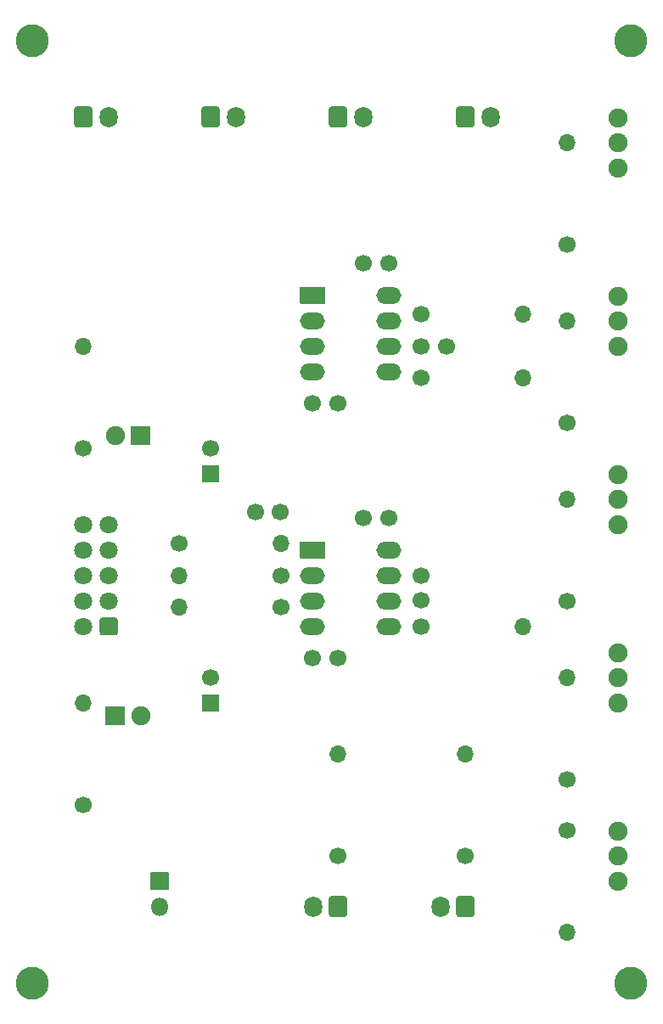
<source format=gts>
G04 #@! TF.GenerationSoftware,KiCad,Pcbnew,(5.1.10)-1*
G04 #@! TF.CreationDate,2021-07-20T07:39:08+09:00*
G04 #@! TF.ProjectId,MIX04,4d495830-342e-46b6-9963-61645f706362,Ver. 1.0*
G04 #@! TF.SameCoordinates,Original*
G04 #@! TF.FileFunction,Soldermask,Top*
G04 #@! TF.FilePolarity,Negative*
%FSLAX46Y46*%
G04 Gerber Fmt 4.6, Leading zero omitted, Abs format (unit mm)*
G04 Created by KiCad (PCBNEW (5.1.10)-1) date 2021-07-20 07:39:08*
%MOMM*%
%LPD*%
G01*
G04 APERTURE LIST*
%ADD10C,3.300000*%
%ADD11O,2.500000X1.700000*%
%ADD12C,1.900000*%
%ADD13O,1.700000X1.700000*%
%ADD14C,1.700000*%
%ADD15O,1.800000X1.800000*%
%ADD16C,1.800000*%
%ADD17O,1.800000X2.100000*%
G04 APERTURE END LIST*
D10*
G04 #@! TO.C,H4*
X163830000Y-144780000D03*
G04 #@! TD*
G04 #@! TO.C,H3*
X104140000Y-144780000D03*
G04 #@! TD*
G04 #@! TO.C,H2*
X163830000Y-50800000D03*
G04 #@! TD*
G04 #@! TO.C,H1*
X104140000Y-50800000D03*
G04 #@! TD*
D11*
G04 #@! TO.C,U1*
X139700000Y-101600000D03*
X132080000Y-109220000D03*
X139700000Y-104140000D03*
X132080000Y-106680000D03*
X139700000Y-106680000D03*
X132080000Y-104140000D03*
X139700000Y-109220000D03*
G36*
G01*
X130830000Y-102400000D02*
X130830000Y-100800000D01*
G75*
G02*
X130880000Y-100750000I50000J0D01*
G01*
X133280000Y-100750000D01*
G75*
G02*
X133330000Y-100800000I0J-50000D01*
G01*
X133330000Y-102400000D01*
G75*
G02*
X133280000Y-102450000I-50000J0D01*
G01*
X130880000Y-102450000D01*
G75*
G02*
X130830000Y-102400000I0J50000D01*
G01*
G37*
G04 #@! TD*
G04 #@! TO.C,U2*
X139700000Y-76200000D03*
X132080000Y-83820000D03*
X139700000Y-78740000D03*
X132080000Y-81280000D03*
X139700000Y-81280000D03*
X132080000Y-78740000D03*
X139700000Y-83820000D03*
G36*
G01*
X130830000Y-77000000D02*
X130830000Y-75400000D01*
G75*
G02*
X130880000Y-75350000I50000J0D01*
G01*
X133280000Y-75350000D01*
G75*
G02*
X133330000Y-75400000I0J-50000D01*
G01*
X133330000Y-77000000D01*
G75*
G02*
X133280000Y-77050000I-50000J0D01*
G01*
X130880000Y-77050000D01*
G75*
G02*
X130830000Y-77000000I0J50000D01*
G01*
G37*
G04 #@! TD*
D12*
G04 #@! TO.C,RV5*
X162560000Y-116840000D03*
X162560000Y-114340000D03*
X162560000Y-111840000D03*
G04 #@! TD*
G04 #@! TO.C,RV4*
X162560000Y-99060000D03*
X162560000Y-96560000D03*
X162560000Y-94060000D03*
G04 #@! TD*
G04 #@! TO.C,RV3*
X162560000Y-81280000D03*
X162560000Y-78780000D03*
X162560000Y-76280000D03*
G04 #@! TD*
G04 #@! TO.C,RV2*
X162560000Y-63500000D03*
X162560000Y-61000000D03*
X162560000Y-58500000D03*
G04 #@! TD*
G04 #@! TO.C,RV1*
X162560000Y-134620000D03*
X162560000Y-132120000D03*
X162560000Y-129620000D03*
G04 #@! TD*
D13*
G04 #@! TO.C,R15*
X109220000Y-116840000D03*
D14*
X109220000Y-127000000D03*
G04 #@! TD*
D13*
G04 #@! TO.C,R14*
X157480000Y-114300000D03*
D14*
X157480000Y-124460000D03*
G04 #@! TD*
D13*
G04 #@! TO.C,R13*
X109220000Y-81280000D03*
D14*
X109220000Y-91440000D03*
G04 #@! TD*
D13*
G04 #@! TO.C,R12*
X157480000Y-96520000D03*
D14*
X157480000Y-106680000D03*
G04 #@! TD*
D13*
G04 #@! TO.C,R11*
X153035000Y-109220000D03*
D14*
X142875000Y-109220000D03*
G04 #@! TD*
D13*
G04 #@! TO.C,R10*
X157480000Y-78740000D03*
D14*
X157480000Y-88900000D03*
G04 #@! TD*
D13*
G04 #@! TO.C,R9*
X147320000Y-121920000D03*
D14*
X147320000Y-132080000D03*
G04 #@! TD*
D13*
G04 #@! TO.C,R8*
X153035000Y-84455000D03*
D14*
X142875000Y-84455000D03*
G04 #@! TD*
D13*
G04 #@! TO.C,R7*
X118745000Y-107315000D03*
D14*
X128905000Y-107315000D03*
G04 #@! TD*
D13*
G04 #@! TO.C,R6*
X157480000Y-60960000D03*
D14*
X157480000Y-71120000D03*
G04 #@! TD*
D13*
G04 #@! TO.C,R5*
X118745000Y-104140000D03*
D14*
X128905000Y-104140000D03*
G04 #@! TD*
D13*
G04 #@! TO.C,R4*
X157480000Y-139700000D03*
D14*
X157480000Y-129540000D03*
G04 #@! TD*
D13*
G04 #@! TO.C,R3*
X134620000Y-121920000D03*
D14*
X134620000Y-132080000D03*
G04 #@! TD*
D13*
G04 #@! TO.C,R2*
X153035000Y-78105000D03*
D14*
X142875000Y-78105000D03*
G04 #@! TD*
D13*
G04 #@! TO.C,R1*
X128905000Y-100965000D03*
D14*
X118745000Y-100965000D03*
G04 #@! TD*
D15*
G04 #@! TO.C,J8*
X116840000Y-137160000D03*
G36*
G01*
X115940000Y-135470000D02*
X115940000Y-133770000D01*
G75*
G02*
X115990000Y-133720000I50000J0D01*
G01*
X117690000Y-133720000D01*
G75*
G02*
X117740000Y-133770000I0J-50000D01*
G01*
X117740000Y-135470000D01*
G75*
G02*
X117690000Y-135520000I-50000J0D01*
G01*
X115990000Y-135520000D01*
G75*
G02*
X115940000Y-135470000I0J50000D01*
G01*
G37*
G04 #@! TD*
D16*
G04 #@! TO.C,J7*
X109220000Y-99060000D03*
X109220000Y-101600000D03*
X109220000Y-104140000D03*
X109220000Y-106680000D03*
X109220000Y-109220000D03*
X111760000Y-99060000D03*
X111760000Y-101600000D03*
X111760000Y-104140000D03*
X111760000Y-106680000D03*
G36*
G01*
X112660000Y-108584705D02*
X112660000Y-109855295D01*
G75*
G02*
X112395295Y-110120000I-264705J0D01*
G01*
X111124705Y-110120000D01*
G75*
G02*
X110860000Y-109855295I0J264705D01*
G01*
X110860000Y-108584705D01*
G75*
G02*
X111124705Y-108320000I264705J0D01*
G01*
X112395295Y-108320000D01*
G75*
G02*
X112660000Y-108584705I0J-264705D01*
G01*
G37*
G04 #@! TD*
D17*
G04 #@! TO.C,J6*
X111720000Y-58420000D03*
G36*
G01*
X108320000Y-59205295D02*
X108320000Y-57634705D01*
G75*
G02*
X108584705Y-57370000I264705J0D01*
G01*
X109855295Y-57370000D01*
G75*
G02*
X110120000Y-57634705I0J-264705D01*
G01*
X110120000Y-59205295D01*
G75*
G02*
X109855295Y-59470000I-264705J0D01*
G01*
X108584705Y-59470000D01*
G75*
G02*
X108320000Y-59205295I0J264705D01*
G01*
G37*
G04 #@! TD*
G04 #@! TO.C,J5*
X124420000Y-58420000D03*
G36*
G01*
X121020000Y-59205295D02*
X121020000Y-57634705D01*
G75*
G02*
X121284705Y-57370000I264705J0D01*
G01*
X122555295Y-57370000D01*
G75*
G02*
X122820000Y-57634705I0J-264705D01*
G01*
X122820000Y-59205295D01*
G75*
G02*
X122555295Y-59470000I-264705J0D01*
G01*
X121284705Y-59470000D01*
G75*
G02*
X121020000Y-59205295I0J264705D01*
G01*
G37*
G04 #@! TD*
G04 #@! TO.C,J4*
X144820000Y-137160000D03*
G36*
G01*
X148220000Y-136374705D02*
X148220000Y-137945295D01*
G75*
G02*
X147955295Y-138210000I-264705J0D01*
G01*
X146684705Y-138210000D01*
G75*
G02*
X146420000Y-137945295I0J264705D01*
G01*
X146420000Y-136374705D01*
G75*
G02*
X146684705Y-136110000I264705J0D01*
G01*
X147955295Y-136110000D01*
G75*
G02*
X148220000Y-136374705I0J-264705D01*
G01*
G37*
G04 #@! TD*
G04 #@! TO.C,J3*
X137120000Y-58420000D03*
G36*
G01*
X133720000Y-59205295D02*
X133720000Y-57634705D01*
G75*
G02*
X133984705Y-57370000I264705J0D01*
G01*
X135255295Y-57370000D01*
G75*
G02*
X135520000Y-57634705I0J-264705D01*
G01*
X135520000Y-59205295D01*
G75*
G02*
X135255295Y-59470000I-264705J0D01*
G01*
X133984705Y-59470000D01*
G75*
G02*
X133720000Y-59205295I0J264705D01*
G01*
G37*
G04 #@! TD*
G04 #@! TO.C,J2*
X132120000Y-137160000D03*
G36*
G01*
X135520000Y-136374705D02*
X135520000Y-137945295D01*
G75*
G02*
X135255295Y-138210000I-264705J0D01*
G01*
X133984705Y-138210000D01*
G75*
G02*
X133720000Y-137945295I0J264705D01*
G01*
X133720000Y-136374705D01*
G75*
G02*
X133984705Y-136110000I264705J0D01*
G01*
X135255295Y-136110000D01*
G75*
G02*
X135520000Y-136374705I0J-264705D01*
G01*
G37*
G04 #@! TD*
G04 #@! TO.C,J1*
X149820000Y-58420000D03*
G36*
G01*
X146420000Y-59205295D02*
X146420000Y-57634705D01*
G75*
G02*
X146684705Y-57370000I264705J0D01*
G01*
X147955295Y-57370000D01*
G75*
G02*
X148220000Y-57634705I0J-264705D01*
G01*
X148220000Y-59205295D01*
G75*
G02*
X147955295Y-59470000I-264705J0D01*
G01*
X146684705Y-59470000D01*
G75*
G02*
X146420000Y-59205295I0J264705D01*
G01*
G37*
G04 #@! TD*
D12*
G04 #@! TO.C,D2*
X114935000Y-118110000D03*
G36*
G01*
X111445000Y-119010000D02*
X111445000Y-117210000D01*
G75*
G02*
X111495000Y-117160000I50000J0D01*
G01*
X113295000Y-117160000D01*
G75*
G02*
X113345000Y-117210000I0J-50000D01*
G01*
X113345000Y-119010000D01*
G75*
G02*
X113295000Y-119060000I-50000J0D01*
G01*
X111495000Y-119060000D01*
G75*
G02*
X111445000Y-119010000I0J50000D01*
G01*
G37*
G04 #@! TD*
G04 #@! TO.C,D1*
X112395000Y-90170000D03*
G36*
G01*
X115885000Y-89270000D02*
X115885000Y-91070000D01*
G75*
G02*
X115835000Y-91120000I-50000J0D01*
G01*
X114035000Y-91120000D01*
G75*
G02*
X113985000Y-91070000I0J50000D01*
G01*
X113985000Y-89270000D01*
G75*
G02*
X114035000Y-89220000I50000J0D01*
G01*
X115835000Y-89220000D01*
G75*
G02*
X115885000Y-89270000I0J-50000D01*
G01*
G37*
G04 #@! TD*
D14*
G04 #@! TO.C,C9*
X134580000Y-86995000D03*
X132080000Y-86995000D03*
G04 #@! TD*
G04 #@! TO.C,C8*
X134580000Y-112395000D03*
X132080000Y-112395000D03*
G04 #@! TD*
G04 #@! TO.C,C7*
X121920000Y-114340000D03*
G36*
G01*
X122720000Y-117690000D02*
X121120000Y-117690000D01*
G75*
G02*
X121070000Y-117640000I0J50000D01*
G01*
X121070000Y-116040000D01*
G75*
G02*
X121120000Y-115990000I50000J0D01*
G01*
X122720000Y-115990000D01*
G75*
G02*
X122770000Y-116040000I0J-50000D01*
G01*
X122770000Y-117640000D01*
G75*
G02*
X122720000Y-117690000I-50000J0D01*
G01*
G37*
G04 #@! TD*
G04 #@! TO.C,C6*
X121920000Y-91480000D03*
G36*
G01*
X122720000Y-94830000D02*
X121120000Y-94830000D01*
G75*
G02*
X121070000Y-94780000I0J50000D01*
G01*
X121070000Y-93180000D01*
G75*
G02*
X121120000Y-93130000I50000J0D01*
G01*
X122720000Y-93130000D01*
G75*
G02*
X122770000Y-93180000I0J-50000D01*
G01*
X122770000Y-94780000D01*
G75*
G02*
X122720000Y-94830000I-50000J0D01*
G01*
G37*
G04 #@! TD*
G04 #@! TO.C,C5*
X139660000Y-73025000D03*
X137160000Y-73025000D03*
G04 #@! TD*
G04 #@! TO.C,C4*
X139660000Y-98425000D03*
X137160000Y-98425000D03*
G04 #@! TD*
G04 #@! TO.C,C3*
X142875000Y-106640000D03*
X142875000Y-104140000D03*
G04 #@! TD*
G04 #@! TO.C,C2*
X142915000Y-81280000D03*
X145415000Y-81280000D03*
G04 #@! TD*
G04 #@! TO.C,C1*
X128865000Y-97790000D03*
X126365000Y-97790000D03*
G04 #@! TD*
M02*

</source>
